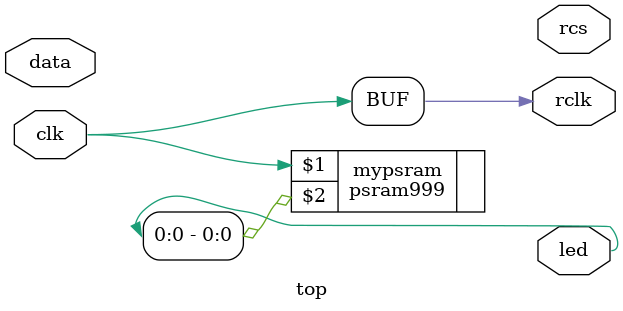
<source format=v>

module top
(
    input clk,          // HSE clock, 27 MHz
    output [5:0] led,    // LEDs to indicate state
    output rclk,         // clock to PSRAM
    inout [3:0] data,    // data lines to PSRAM. Started as 1-wire
    output rcs
);

reg [1:0] key_s_rise;
assign rclk = clk;

psram999 mypsram(clk, led[0]);
endmodule

</source>
